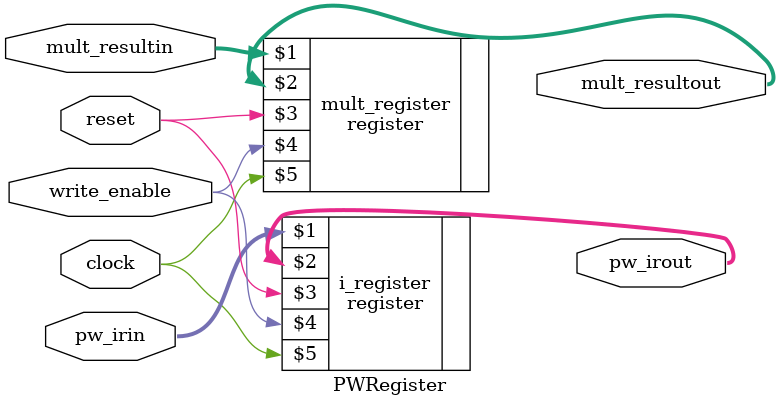
<source format=v>
module PWRegister(mult_resultin,pw_irin,pw_irout,mult_resultout,clock,write_enable,reset);

    input[31:0] mult_resultin,pw_irin;
    input clock,write_enable,reset;
    output[31:0] mult_resultout,pw_irout;

    register mult_register(mult_resultin,mult_resultout,reset,write_enable,clock);
    register i_register(pw_irin,pw_irout,reset,write_enable,clock);


endmodule
</source>
